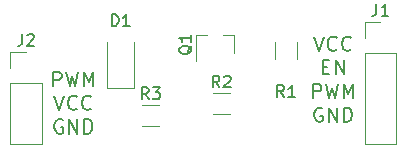
<source format=gbr>
%TF.GenerationSoftware,KiCad,Pcbnew,5.1.10-88a1d61d58~90~ubuntu21.04.1*%
%TF.CreationDate,2021-08-02T11:22:18+02:00*%
%TF.ProjectId,ServoPmosModule,53657276-6f50-46d6-9f73-4d6f64756c65,rev?*%
%TF.SameCoordinates,Original*%
%TF.FileFunction,Legend,Top*%
%TF.FilePolarity,Positive*%
%FSLAX46Y46*%
G04 Gerber Fmt 4.6, Leading zero omitted, Abs format (unit mm)*
G04 Created by KiCad (PCBNEW 5.1.10-88a1d61d58~90~ubuntu21.04.1) date 2021-08-02 11:22:18*
%MOMM*%
%LPD*%
G01*
G04 APERTURE LIST*
%ADD10C,0.200000*%
%ADD11C,0.120000*%
%ADD12C,0.150000*%
G04 APERTURE END LIST*
D10*
X101314285Y-89542857D02*
X101314285Y-88342857D01*
X101771428Y-88342857D01*
X101885714Y-88400000D01*
X101942857Y-88457142D01*
X102000000Y-88571428D01*
X102000000Y-88742857D01*
X101942857Y-88857142D01*
X101885714Y-88914285D01*
X101771428Y-88971428D01*
X101314285Y-88971428D01*
X102400000Y-88342857D02*
X102685714Y-89542857D01*
X102914285Y-88685714D01*
X103142857Y-89542857D01*
X103428571Y-88342857D01*
X103885714Y-89542857D02*
X103885714Y-88342857D01*
X104285714Y-89200000D01*
X104685714Y-88342857D01*
X104685714Y-89542857D01*
X101400000Y-90342857D02*
X101800000Y-91542857D01*
X102200000Y-90342857D01*
X103285714Y-91428571D02*
X103228571Y-91485714D01*
X103057142Y-91542857D01*
X102942857Y-91542857D01*
X102771428Y-91485714D01*
X102657142Y-91371428D01*
X102600000Y-91257142D01*
X102542857Y-91028571D01*
X102542857Y-90857142D01*
X102600000Y-90628571D01*
X102657142Y-90514285D01*
X102771428Y-90400000D01*
X102942857Y-90342857D01*
X103057142Y-90342857D01*
X103228571Y-90400000D01*
X103285714Y-90457142D01*
X104485714Y-91428571D02*
X104428571Y-91485714D01*
X104257142Y-91542857D01*
X104142857Y-91542857D01*
X103971428Y-91485714D01*
X103857142Y-91371428D01*
X103800000Y-91257142D01*
X103742857Y-91028571D01*
X103742857Y-90857142D01*
X103800000Y-90628571D01*
X103857142Y-90514285D01*
X103971428Y-90400000D01*
X104142857Y-90342857D01*
X104257142Y-90342857D01*
X104428571Y-90400000D01*
X104485714Y-90457142D01*
X102085714Y-92400000D02*
X101971428Y-92342857D01*
X101800000Y-92342857D01*
X101628571Y-92400000D01*
X101514285Y-92514285D01*
X101457142Y-92628571D01*
X101400000Y-92857142D01*
X101400000Y-93028571D01*
X101457142Y-93257142D01*
X101514285Y-93371428D01*
X101628571Y-93485714D01*
X101800000Y-93542857D01*
X101914285Y-93542857D01*
X102085714Y-93485714D01*
X102142857Y-93428571D01*
X102142857Y-93028571D01*
X101914285Y-93028571D01*
X102657142Y-93542857D02*
X102657142Y-92342857D01*
X103342857Y-93542857D01*
X103342857Y-92342857D01*
X103914285Y-93542857D02*
X103914285Y-92342857D01*
X104200000Y-92342857D01*
X104371428Y-92400000D01*
X104485714Y-92514285D01*
X104542857Y-92628571D01*
X104600000Y-92857142D01*
X104600000Y-93028571D01*
X104542857Y-93257142D01*
X104485714Y-93371428D01*
X104371428Y-93485714D01*
X104200000Y-93542857D01*
X103914285Y-93542857D01*
X123400000Y-85342857D02*
X123800000Y-86542857D01*
X124200000Y-85342857D01*
X125285714Y-86428571D02*
X125228571Y-86485714D01*
X125057142Y-86542857D01*
X124942857Y-86542857D01*
X124771428Y-86485714D01*
X124657142Y-86371428D01*
X124600000Y-86257142D01*
X124542857Y-86028571D01*
X124542857Y-85857142D01*
X124600000Y-85628571D01*
X124657142Y-85514285D01*
X124771428Y-85400000D01*
X124942857Y-85342857D01*
X125057142Y-85342857D01*
X125228571Y-85400000D01*
X125285714Y-85457142D01*
X126485714Y-86428571D02*
X126428571Y-86485714D01*
X126257142Y-86542857D01*
X126142857Y-86542857D01*
X125971428Y-86485714D01*
X125857142Y-86371428D01*
X125800000Y-86257142D01*
X125742857Y-86028571D01*
X125742857Y-85857142D01*
X125800000Y-85628571D01*
X125857142Y-85514285D01*
X125971428Y-85400000D01*
X126142857Y-85342857D01*
X126257142Y-85342857D01*
X126428571Y-85400000D01*
X126485714Y-85457142D01*
X124114285Y-87914285D02*
X124514285Y-87914285D01*
X124685714Y-88542857D02*
X124114285Y-88542857D01*
X124114285Y-87342857D01*
X124685714Y-87342857D01*
X125200000Y-88542857D02*
X125200000Y-87342857D01*
X125885714Y-88542857D01*
X125885714Y-87342857D01*
X123314285Y-90542857D02*
X123314285Y-89342857D01*
X123771428Y-89342857D01*
X123885714Y-89400000D01*
X123942857Y-89457142D01*
X124000000Y-89571428D01*
X124000000Y-89742857D01*
X123942857Y-89857142D01*
X123885714Y-89914285D01*
X123771428Y-89971428D01*
X123314285Y-89971428D01*
X124400000Y-89342857D02*
X124685714Y-90542857D01*
X124914285Y-89685714D01*
X125142857Y-90542857D01*
X125428571Y-89342857D01*
X125885714Y-90542857D02*
X125885714Y-89342857D01*
X126285714Y-90200000D01*
X126685714Y-89342857D01*
X126685714Y-90542857D01*
X124085714Y-91400000D02*
X123971428Y-91342857D01*
X123800000Y-91342857D01*
X123628571Y-91400000D01*
X123514285Y-91514285D01*
X123457142Y-91628571D01*
X123400000Y-91857142D01*
X123400000Y-92028571D01*
X123457142Y-92257142D01*
X123514285Y-92371428D01*
X123628571Y-92485714D01*
X123800000Y-92542857D01*
X123914285Y-92542857D01*
X124085714Y-92485714D01*
X124142857Y-92428571D01*
X124142857Y-92028571D01*
X123914285Y-92028571D01*
X124657142Y-92542857D02*
X124657142Y-91342857D01*
X125342857Y-92542857D01*
X125342857Y-91342857D01*
X125914285Y-92542857D02*
X125914285Y-91342857D01*
X126200000Y-91342857D01*
X126371428Y-91400000D01*
X126485714Y-91514285D01*
X126542857Y-91628571D01*
X126600000Y-91857142D01*
X126600000Y-92028571D01*
X126542857Y-92257142D01*
X126485714Y-92371428D01*
X126371428Y-92485714D01*
X126200000Y-92542857D01*
X125914285Y-92542857D01*
D11*
%TO.C,R3*%
X108810436Y-92910000D02*
X110264564Y-92910000D01*
X108810436Y-91090000D02*
X110264564Y-91090000D01*
%TO.C,R2*%
X114810436Y-91910000D02*
X116264564Y-91910000D01*
X114810436Y-90090000D02*
X116264564Y-90090000D01*
%TO.C,R1*%
X120090000Y-85810436D02*
X120090000Y-87264564D01*
X121910000Y-85810436D02*
X121910000Y-87264564D01*
%TO.C,Q1*%
X116580000Y-85240000D02*
X116580000Y-86700000D01*
X113420000Y-85240000D02*
X113420000Y-87400000D01*
X113420000Y-85240000D02*
X114350000Y-85240000D01*
X116580000Y-85240000D02*
X115650000Y-85240000D01*
%TO.C,J2*%
X97670000Y-86670000D02*
X99000000Y-86670000D01*
X97670000Y-88000000D02*
X97670000Y-86670000D01*
X97670000Y-89270000D02*
X100330000Y-89270000D01*
X100330000Y-89270000D02*
X100330000Y-94410000D01*
X97670000Y-89270000D02*
X97670000Y-94410000D01*
X97670000Y-94410000D02*
X100330000Y-94410000D01*
%TO.C,J1*%
X127670000Y-84130000D02*
X129000000Y-84130000D01*
X127670000Y-85460000D02*
X127670000Y-84130000D01*
X127670000Y-86730000D02*
X130330000Y-86730000D01*
X130330000Y-86730000D02*
X130330000Y-94410000D01*
X127670000Y-86730000D02*
X127670000Y-94410000D01*
X127670000Y-94410000D02*
X130330000Y-94410000D01*
%TO.C,D1*%
X108135000Y-89685000D02*
X108135000Y-85800000D01*
X105865000Y-89685000D02*
X108135000Y-89685000D01*
X105865000Y-85800000D02*
X105865000Y-89685000D01*
%TO.C,R3*%
D12*
X109370833Y-90632380D02*
X109037500Y-90156190D01*
X108799404Y-90632380D02*
X108799404Y-89632380D01*
X109180357Y-89632380D01*
X109275595Y-89680000D01*
X109323214Y-89727619D01*
X109370833Y-89822857D01*
X109370833Y-89965714D01*
X109323214Y-90060952D01*
X109275595Y-90108571D01*
X109180357Y-90156190D01*
X108799404Y-90156190D01*
X109704166Y-89632380D02*
X110323214Y-89632380D01*
X109989880Y-90013333D01*
X110132738Y-90013333D01*
X110227976Y-90060952D01*
X110275595Y-90108571D01*
X110323214Y-90203809D01*
X110323214Y-90441904D01*
X110275595Y-90537142D01*
X110227976Y-90584761D01*
X110132738Y-90632380D01*
X109847023Y-90632380D01*
X109751785Y-90584761D01*
X109704166Y-90537142D01*
%TO.C,R2*%
X115370833Y-89632380D02*
X115037500Y-89156190D01*
X114799404Y-89632380D02*
X114799404Y-88632380D01*
X115180357Y-88632380D01*
X115275595Y-88680000D01*
X115323214Y-88727619D01*
X115370833Y-88822857D01*
X115370833Y-88965714D01*
X115323214Y-89060952D01*
X115275595Y-89108571D01*
X115180357Y-89156190D01*
X114799404Y-89156190D01*
X115751785Y-88727619D02*
X115799404Y-88680000D01*
X115894642Y-88632380D01*
X116132738Y-88632380D01*
X116227976Y-88680000D01*
X116275595Y-88727619D01*
X116323214Y-88822857D01*
X116323214Y-88918095D01*
X116275595Y-89060952D01*
X115704166Y-89632380D01*
X116323214Y-89632380D01*
%TO.C,R1*%
X120833333Y-90452380D02*
X120500000Y-89976190D01*
X120261904Y-90452380D02*
X120261904Y-89452380D01*
X120642857Y-89452380D01*
X120738095Y-89500000D01*
X120785714Y-89547619D01*
X120833333Y-89642857D01*
X120833333Y-89785714D01*
X120785714Y-89880952D01*
X120738095Y-89928571D01*
X120642857Y-89976190D01*
X120261904Y-89976190D01*
X121785714Y-90452380D02*
X121214285Y-90452380D01*
X121500000Y-90452380D02*
X121500000Y-89452380D01*
X121404761Y-89595238D01*
X121309523Y-89690476D01*
X121214285Y-89738095D01*
%TO.C,Q1*%
X113047619Y-86095238D02*
X113000000Y-86190476D01*
X112904761Y-86285714D01*
X112761904Y-86428571D01*
X112714285Y-86523809D01*
X112714285Y-86619047D01*
X112952380Y-86571428D02*
X112904761Y-86666666D01*
X112809523Y-86761904D01*
X112619047Y-86809523D01*
X112285714Y-86809523D01*
X112095238Y-86761904D01*
X112000000Y-86666666D01*
X111952380Y-86571428D01*
X111952380Y-86380952D01*
X112000000Y-86285714D01*
X112095238Y-86190476D01*
X112285714Y-86142857D01*
X112619047Y-86142857D01*
X112809523Y-86190476D01*
X112904761Y-86285714D01*
X112952380Y-86380952D01*
X112952380Y-86571428D01*
X112952380Y-85190476D02*
X112952380Y-85761904D01*
X112952380Y-85476190D02*
X111952380Y-85476190D01*
X112095238Y-85571428D01*
X112190476Y-85666666D01*
X112238095Y-85761904D01*
%TO.C,J2*%
X98666666Y-85122380D02*
X98666666Y-85836666D01*
X98619047Y-85979523D01*
X98523809Y-86074761D01*
X98380952Y-86122380D01*
X98285714Y-86122380D01*
X99095238Y-85217619D02*
X99142857Y-85170000D01*
X99238095Y-85122380D01*
X99476190Y-85122380D01*
X99571428Y-85170000D01*
X99619047Y-85217619D01*
X99666666Y-85312857D01*
X99666666Y-85408095D01*
X99619047Y-85550952D01*
X99047619Y-86122380D01*
X99666666Y-86122380D01*
%TO.C,J1*%
X128666666Y-82582380D02*
X128666666Y-83296666D01*
X128619047Y-83439523D01*
X128523809Y-83534761D01*
X128380952Y-83582380D01*
X128285714Y-83582380D01*
X129666666Y-83582380D02*
X129095238Y-83582380D01*
X129380952Y-83582380D02*
X129380952Y-82582380D01*
X129285714Y-82725238D01*
X129190476Y-82820476D01*
X129095238Y-82868095D01*
%TO.C,D1*%
X106261904Y-84452380D02*
X106261904Y-83452380D01*
X106500000Y-83452380D01*
X106642857Y-83500000D01*
X106738095Y-83595238D01*
X106785714Y-83690476D01*
X106833333Y-83880952D01*
X106833333Y-84023809D01*
X106785714Y-84214285D01*
X106738095Y-84309523D01*
X106642857Y-84404761D01*
X106500000Y-84452380D01*
X106261904Y-84452380D01*
X107785714Y-84452380D02*
X107214285Y-84452380D01*
X107500000Y-84452380D02*
X107500000Y-83452380D01*
X107404761Y-83595238D01*
X107309523Y-83690476D01*
X107214285Y-83738095D01*
%TD*%
M02*

</source>
